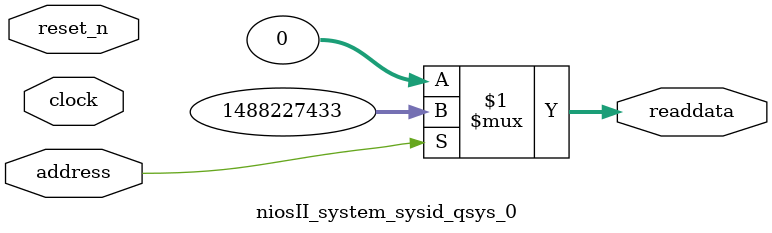
<source format=v>

`timescale 1ns / 1ps
// synthesis translate_on

// turn off superfluous verilog processor warnings 
// altera message_level Level1 
// altera message_off 10034 10035 10036 10037 10230 10240 10030 

module niosII_system_sysid_qsys_0 (
               // inputs:
                address,
                clock,
                reset_n,

               // outputs:
                readdata
             )
;

  output  [ 31: 0] readdata;
  input            address;
  input            clock;
  input            reset_n;

  wire    [ 31: 0] readdata;
  //control_slave, which is an e_avalon_slave
  assign readdata = address ? 1488227433 : 0;

endmodule




</source>
